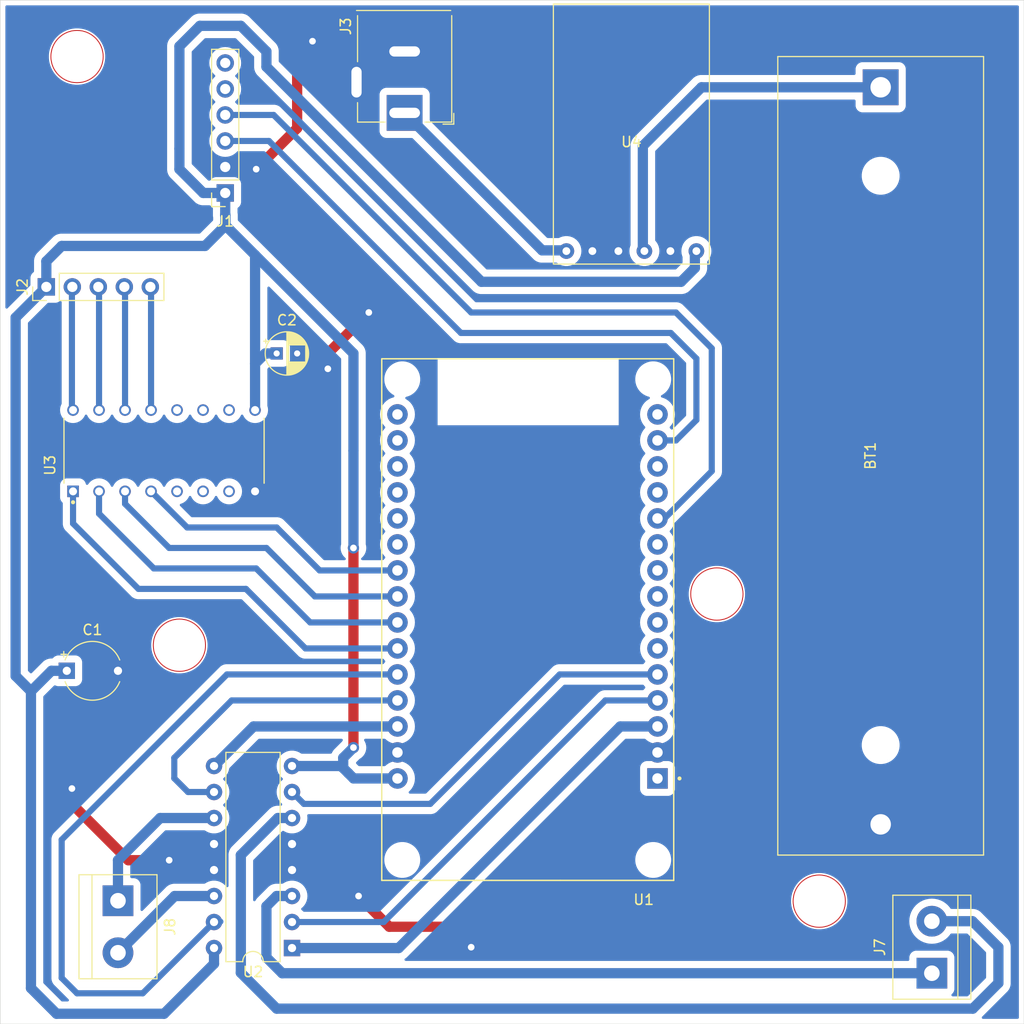
<source format=kicad_pcb>
(kicad_pcb (version 20240108) (generator "pcbnew") (generator_version "8.0")
  (layers (0 "F.Cu" signal) (31 "B.Cu" signal) (34 "B.Paste" user) (35 "F.Paste" user) (36 "B.SilkS" user "B.Silkscreen") (37 "F.SilkS" user "F.Silkscreen") (38 "B.Mask" user) (39 "F.Mask" user) (44 "Edge.Cuts" user))
  (net 0 "")
  (net 1 "GND")
  (net 2 "+5V")
  (net 3 "/SDA")
  (net 5 "/SCL")
  (net 7 "Net-(J2-Pin_4)")
  (net 8 "Net-(J2-Pin_5)")
  (net 9 "Net-(J2-Pin_2)")
  (net 10 "Net-(J2-Pin_3)")
  (net 11 "/1A")
  (net 12 "/EN12")
  (net 13 "/EN34")
  (net 14 "/3A")
  (net 15 "/4A")
  (net 16 "/2A")
  (net 38 "/I3")
  (net 39 "/I4")
  (net 40 "/I1")
  (net 41 "/I2")
  (net 42 "+BATT")
  (net 43 "VDC")
  (net 44 "/Y2")
  (net 45 "/Y1")
  (net 46 "/Y4")
  (net 47 "/Y3")
  (footprint "Capacitor_THT:CP_Radial_D4.0mm_P2.00mm" (layer "F.Cu") (at 119.5 84)
    (property "Reference" "C2" (at 1 -3.25 0) (layer "F.SilkS"))
    (property "Value" "1n")
    (fp_line (start -1.269801 -1.195) (end -0.869801 -1.195) (stroke (width 0.12)) (layer "F.SilkS"))
    (fp_line (start -1.069801 -1.395) (end -1.069801 -0.995) (stroke (width 0.12)) (layer "F.SilkS"))
    (fp_line (start 1 -2.08) (end 1 2.08) (stroke (width 0.12)) (layer "F.SilkS"))
    (fp_line (start 1.04 -2.08) (end 1.04 2.08) (stroke (width 0.12)) (layer "F.SilkS"))
    (fp_line (start 1.08 -2.079) (end 1.08 2.079) (stroke (width 0.12)) (layer "F.SilkS"))
    (fp_line (start 1.12 -2.077) (end 1.12 2.077) (stroke (width 0.12)) (layer "F.SilkS"))
    (fp_line (start 1.16 -2.074) (end 1.16 2.074) (stroke (width 0.12)) (layer "F.SilkS"))
    (fp_line (start 1.2 -2.071) (end 1.2 -0.84) (stroke (width 0.12)) (layer "F.SilkS"))
    (fp_line (start 1.2 0.84) (end 1.2 2.071) (stroke (width 0.12)) (layer "F.SilkS"))
    (fp_line (start 1.24 -2.067) (end 1.24 -0.84) (stroke (width 0.12)) (layer "F.SilkS"))
    (fp_line (start 1.24 0.84) (end 1.24 2.067) (stroke (width 0.12)) (layer "F.SilkS"))
    (fp_line (start 1.28 -2.062) (end 1.28 -0.84) (stroke (width 0.12)) (layer "F.SilkS"))
    (fp_line (start 1.28 0.84) (end 1.28 2.062) (stroke (width 0.12)) (layer "F.SilkS"))
    (fp_line (start 1.32 -2.056) (end 1.32 -0.84) (stroke (width 0.12)) (layer "F.SilkS"))
    (fp_line (start 1.32 0.84) (end 1.32 2.056) (stroke (width 0.12)) (layer "F.SilkS"))
    (fp_line (start 1.36 -2.05) (end 1.36 -0.84) (stroke (width 0.12)) (layer "F.SilkS"))
    (fp_line (start 1.36 0.84) (end 1.36 2.05) (stroke (width 0.12)) (layer "F.SilkS"))
    (fp_line (start 1.4 -2.042) (end 1.4 -0.84) (stroke (width 0.12)) (layer "F.SilkS"))
    (fp_line (start 1.4 0.84) (end 1.4 2.042) (stroke (width 0.12)) (layer "F.SilkS"))
    (fp_line (start 1.44 -2.034) (end 1.44 -0.84) (stroke (width 0.12)) (layer "F.SilkS"))
    (fp_line (start 1.44 0.84) (end 1.44 2.034) (stroke (width 0.12)) (layer "F.SilkS"))
    (fp_line (start 1.48 -2.025) (end 1.48 -0.84) (stroke (width 0.12)) (layer "F.SilkS"))
    (fp_line (start 1.48 0.84) (end 1.48 2.025) (stroke (width 0.12)) (layer "F.SilkS"))
    (fp_line (start 1.52 -2.016) (end 1.52 -0.84) (stroke (width 0.12)) (layer "F.SilkS"))
    (fp_line (start 1.52 0.84) (end 1.52 2.016) (stroke (width 0.12)) (layer "F.SilkS"))
    (fp_line (start 1.56 -2.005) (end 1.56 -0.84) (stroke (width 0.12)) (layer "F.SilkS"))
    (fp_line (start 1.56 0.84) (end 1.56 2.005) (stroke (width 0.12)) (layer "F.SilkS"))
    (fp_line (start 1.6 -1.994) (end 1.6 -0.84) (stroke (width 0.12)) (layer "F.SilkS"))
    (fp_line (start 1.6 0.84) (end 1.6 1.994) (stroke (width 0.12)) (layer "F.SilkS"))
    (fp_line (start 1.64 -1.982) (end 1.64 -0.84) (stroke (width 0.12)) (layer "F.SilkS"))
    (fp_line (start 1.64 0.84) (end 1.64 1.982) (stroke (width 0.12)) (layer "F.SilkS"))
    (fp_line (start 1.68 -1.968) (end 1.68 -0.84) (stroke (width 0.12)) (layer "F.SilkS"))
    (fp_line (start 1.68 0.84) (end 1.68 1.968) (stroke (width 0.12)) (layer "F.SilkS"))
    (fp_line (start 1.721 -1.954) (end 1.721 -0.84) (stroke (width 0.12)) (layer "F.SilkS"))
    (fp_line (start 1.721 0.84) (end 1.721 1.954) (stroke (width 0.12)) (layer "F.SilkS"))
    (fp_line (start 1.761 -1.94) (end 1.761 -0.84) (stroke (width 0.12)) (layer "F.SilkS"))
    (fp_line (start 1.761 0.84) (end 1.761 1.94) (stroke (width 0.12)) (layer "F.SilkS"))
    (fp_line (start 1.801 -1.924) (end 1.801 -0.84) (stroke (width 0.12)) (layer "F.SilkS"))
    (fp_line (start 1.801 0.84) (end 1.801 1.924) (stroke (width 0.12)) (layer "F.SilkS"))
    (fp_line (start 1.841 -1.907) (end 1.841 -0.84) (stroke (width 0.12)) (layer "F.SilkS"))
    (fp_line (start 1.841 0.84) (end 1.841 1.907) (stroke (width 0.12)) (layer "F.SilkS"))
    (fp_line (start 1.881 -1.889) (end 1.881 -0.84) (stroke (width 0.12)) (layer "F.SilkS"))
    (fp_line (start 1.881 0.84) (end 1.881 1.889) (stroke (width 0.12)) (layer "F.SilkS"))
    (fp_line (start 1.921 -1.87) (end 1.921 -0.84) (stroke (width 0.12)) (layer "F.SilkS"))
    (fp_line (start 1.921 0.84) (end 1.921 1.87) (stroke (width 0.12)) (layer "F.SilkS"))
    (fp_line (start 1.961 -1.851) (end 1.961 -0.84) (stroke (width 0.12)) (layer "F.SilkS"))
    (fp_line (start 1.961 0.84) (end 1.961 1.851) (stroke (width 0.12)) (layer "F.SilkS"))
    (fp_line (start 2.001 -1.83) (end 2.001 -0.84) (stroke (width 0.12)) (layer "F.SilkS"))
    (fp_line (start 2.001 0.84) (end 2.001 1.83) (stroke (width 0.12)) (layer "F.SilkS"))
    (fp_line (start 2.041 -1.808) (end 2.041 -0.84) (stroke (width 0.12)) (layer "F.SilkS"))
    (fp_line (start 2.041 0.84) (end 2.041 1.808) (stroke (width 0.12)) (layer "F.SilkS"))
    (fp_line (start 2.081 -1.785) (end 2.081 -0.84) (stroke (width 0.12)) (layer "F.SilkS"))
    (fp_line (start 2.081 0.84) (end 2.081 1.785) (stroke (width 0.12)) (layer "F.SilkS"))
    (fp_line (start 2.121 -1.76) (end 2.121 -0.84) (stroke (width 0.12)) (layer "F.SilkS"))
    (fp_line (start 2.121 0.84) (end 2.121 1.76) (stroke (width 0.12)) (layer "F.SilkS"))
    (fp_line (start 2.161 -1.735) (end 2.161 -0.84) (stroke (width 0.12)) (layer "F.SilkS"))
    (fp_line (start 2.161 0.84) (end 2.161 1.735) (stroke (width 0.12)) (layer "F.SilkS"))
    (fp_line (start 2.201 -1.708) (end 2.201 -0.84) (stroke (width 0.12)) (layer "F.SilkS"))
    (fp_line (start 2.201 0.84) (end 2.201 1.708) (stroke (width 0.12)) (layer "F.SilkS"))
    (fp_line (start 2.241 -1.68) (end 2.241 -0.84) (stroke (width 0.12)) (layer "F.SilkS"))
    (fp_line (start 2.241 0.84) (end 2.241 1.68) (stroke (width 0.12)) (layer "F.SilkS"))
    (fp_line (start 2.281 -1.65) (end 2.281 -0.84) (stroke (width 0.12)) (layer "F.SilkS"))
    (fp_line (start 2.281 0.84) (end 2.281 1.65) (stroke (width 0.12)) (layer "F.SilkS"))
    (fp_line (start 2.321 -1.619) (end 2.321 -0.84) (stroke (width 0.12)) (layer "F.SilkS"))
    (fp_line (start 2.321 0.84) (end 2.321 1.619) (stroke (width 0.12)) (layer "F.SilkS"))
    (fp_line (start 2.361 -1.587) (end 2.361 -0.84) (stroke (width 0.12)) (layer "F.SilkS"))
    (fp_line (start 2.361 0.84) (end 2.361 1.587) (stroke (width 0.12)) (layer "F.SilkS"))
    (fp_line (start 2.401 -1.552) (end 2.401 -0.84) (stroke (width 0.12)) (layer "F.SilkS"))
    (fp_line (start 2.401 0.84) (end 2.401 1.552) (stroke (width 0.12)) (layer "F.SilkS"))
    (fp_line (start 2.441 -1.516) (end 2.441 -0.84) (stroke (width 0.12)) (layer "F.SilkS"))
    (fp_line (start 2.441 0.84) (end 2.441 1.516) (stroke (width 0.12)) (layer "F.SilkS"))
    (fp_line (start 2.481 -1.478) (end 2.481 -0.84) (stroke (width 0.12)) (layer "F.SilkS"))
    (fp_line (start 2.481 0.84) (end 2.481 1.478) (stroke (width 0.12)) (layer "F.SilkS"))
    (fp_line (start 2.521 -1.438) (end 2.521 -0.84) (stroke (width 0.12)) (layer "F.SilkS"))
    (fp_line (start 2.521 0.84) (end 2.521 1.438) (stroke (width 0.12)) (layer "F.SilkS"))
    (fp_line (start 2.561 -1.396) (end 2.561 -0.84) (stroke (width 0.12)) (layer "F.SilkS"))
    (fp_line (start 2.561 0.84) (end 2.561 1.396) (stroke (width 0.12)) (layer "F.SilkS"))
    (fp_line (start 2.601 -1.351) (end 2.601 -0.84) (stroke (width 0.12)) (layer "F.SilkS"))
    (fp_line (start 2.601 0.84) (end 2.601 1.351) (stroke (width 0.12)) (layer "F.SilkS"))
    (fp_line (start 2.641 -1.304) (end 2.641 -0.84) (stroke (width 0.12)) (layer "F.SilkS"))
    (fp_line (start 2.641 0.84) (end 2.641 1.304) (stroke (width 0.12)) (layer "F.SilkS"))
    (fp_line (start 2.681 -1.254) (end 2.681 -0.84) (stroke (width 0.12)) (layer "F.SilkS"))
    (fp_line (start 2.681 0.84) (end 2.681 1.254) (stroke (width 0.12)) (layer "F.SilkS"))
    (fp_line (start 2.721 -1.2) (end 2.721 -0.84) (stroke (width 0.12)) (layer "F.SilkS"))
    (fp_line (start 2.721 0.84) (end 2.721 1.2) (stroke (width 0.12)) (layer "F.SilkS"))
    (fp_line (start 2.761 -1.142) (end 2.761 -0.84) (stroke (width 0.12)) (layer "F.SilkS"))
    (fp_line (start 2.761 0.84) (end 2.761 1.142) (stroke (width 0.12)) (layer "F.SilkS"))
    (fp_line (start 2.801 -1.08) (end 2.801 -0.84) (stroke (width 0.12)) (layer "F.SilkS"))
    (fp_line (start 2.801 0.84) (end 2.801 1.08) (stroke (width 0.12)) (layer "F.SilkS"))
    (fp_line (start 2.841 -1.013) (end 2.841 1.013) (stroke (width 0.12)) (layer "F.SilkS"))
    (fp_line (start 2.881 -0.94) (end 2.881 0.94) (stroke (width 0.12)) (layer "F.SilkS"))
    (fp_line (start 2.921 -0.859) (end 2.921 0.859) (stroke (width 0.12)) (layer "F.SilkS"))
    (fp_line (start 2.961 -0.768) (end 2.961 0.768) (stroke (width 0.12)) (layer "F.SilkS"))
    (fp_line (start 3.001 -0.664) (end 3.001 0.664) (stroke (width 0.12)) (layer "F.SilkS"))
    (fp_line (start 3.041 -0.537) (end 3.041 0.537) (stroke (width 0.12)) (layer "F.SilkS"))
    (fp_line (start 3.081 -0.37) (end 3.081 0.37) (stroke (width 0.12)) (layer "F.SilkS"))
    (fp_circle (center 1 0) (end 3.12 0) (stroke (width 0.12)) (fill none) (layer "F.SilkS"))
    (pad "1" thru_hole rect (at 0 0) (size 1.2 1.2) (drill 0.6) (layers "*.Cu" "*.Mask") (net 2 "+5V"))
    (pad "2" thru_hole circle (at 2 0) (size 1.2 1.2) (drill 0.6) (layers "*.Cu" "*.Mask") (net 1 "GND"))
  )
  (footprint "TerminalBlock:TerminalBlock_bornier-2_P5.08mm" (layer "F.Cu") (at 104 137.46 -90)
    (property "Reference" "J8" (at 2.54 -5.08 90) (layer "F.SilkS"))
    (property "Value" "Motor 2")
    (fp_line (start -2.54 3.81) (end 7.62 3.81) (stroke (width 0.12)) (layer "F.SilkS"))
    (fp_line (start 7.62 3.81) (end 7.62 -3.81) (stroke (width 0.12)) (layer "F.SilkS"))
    (fp_line (start 7.62 2.54) (end -2.54 2.54) (stroke (width 0.12)) (layer "F.SilkS"))
    (fp_line (start -2.54 -3.81) (end -2.54 3.81) (stroke (width 0.12)) (layer "F.SilkS"))
    (fp_line (start 7.62 -3.81) (end -2.54 -3.81) (stroke (width 0.12)) (layer "F.SilkS"))
    (pad "1" thru_hole rect (at 0 0 270) (size 3 3) (drill 1.52) (layers "*.Cu" "*.Mask") (net 47 "/Y3"))
    (pad "2" thru_hole circle (at 5.08 0 270) (size 3 3) (drill 1.52) (layers "*.Cu" "*.Mask") (net 46 "/Y4"))
  )
  (footprint "cd42:mh-cd42" (layer "F.Cu") (at 154.15 62.57)
    (property "Reference" "U4" (at 0 0.77 0) (layer "F.SilkS"))
    (property "Value" "mh-cd42")
    (fp_rect (start -7.62 -12.7) (end 7.62 12.7) (stroke (width 0.12)) (fill none) (layer "F.SilkS"))
    (pad "1" thru_hole circle (at -6.35 11.43) (size 1.524 1.524) (drill 0.762) (layers "*.Cu" "*.Mask") (net 43 "VDC"))
    (pad "2" thru_hole circle (at -3.81 11.43) (size 1.524 1.524) (drill 0.762) (layers "*.Cu" "*.Mask") (net 1 "GND"))
    (pad "3" thru_hole circle (at -1.27 11.43) (size 1.524 1.524) (drill 0.762) (layers "*.Cu" "*.Mask") (net 1 "GND"))
    (pad "4" thru_hole circle (at 1.27 11.43) (size 1.524 1.524) (drill 0.762) (layers "*.Cu" "*.Mask") (net 42 "+BATT"))
    (pad "5" thru_hole circle (at 3.81 11.43) (size 1.524 1.524) (drill 0.762) (layers "*.Cu" "*.Mask") (net 1 "GND"))
    (pad "6" thru_hole circle (at 6.35 11.43) (size 1.524 1.524) (drill 0.762) (layers "*.Cu" "*.Mask") (net 2 "+5V"))
  )
  (footprint "Connector_BarrelJack:BarrelJack_Horizontal" (layer "F.Cu") (at 132 60.5 -90)
    (property "Reference" "J3" (at -8.45 5.75 90) (layer "F.SilkS"))
    (property "Value" "Barrel_Jack_Switch")
    (fp_line (start -10 4.7) (end -10 -4.5) (stroke (width 0.12)) (layer "F.SilkS"))
    (fp_line (start -5 4.6) (end -9.5 4.6) (stroke (width 0.12)) (layer "F.SilkS"))
    (fp_line (start 0.9 4.6) (end -1 4.6) (stroke (width 0.12)) (layer "F.SilkS"))
    (fp_line (start 0.9 1.9) (end 0.9 4.6) (stroke (width 0.12)) (layer "F.SilkS"))
    (fp_line (start 1.1 -3.75) (end 1.1 -4.8) (stroke (width 0.12)) (layer "F.SilkS"))
    (fp_line (start -9.5 -4.6) (end 0.9 -4.6) (stroke (width 0.12)) (layer "F.SilkS"))
    (fp_line (start 0.9 -4.6) (end 0.9 -2) (stroke (width 0.12)) (layer "F.SilkS"))
    (fp_line (start 0.05 -4.8) (end 1.1 -4.8) (stroke (width 0.12)) (layer "F.SilkS"))
    (pad "1" thru_hole rect (at 0 0 270) (size 3.5 3.5) (drill oval 1 3) (layers "*.Cu" "*.Mask") (net 43 "VDC"))
    (pad "2" thru_hole roundrect (at -6 0 270) (size 3 3.5) (drill oval 1 3) (layers "*.Cu" "*.Mask") (net 1 "GND"))
    (pad "3" thru_hole roundrect (at -3 4.7 270) (size 3.5 3.5) (drill oval 3 1) (layers "*.Cu" "*.Mask") (net 1 "GND"))
  )
  (footprint "Battery:BatteryHolder_MPD_BH-18650-PC2" (layer "F.Cu") (at 178.5 58 -90)
    (property "Reference" "BT1" (at 36 1 -90) (layer "F.SilkS"))
    (property "Value" "Battery")
    (fp_line (start -3 10.05) (end -3 -10.05) (stroke (width 0.12)) (layer "F.SilkS"))
    (fp_line (start 75 10.05) (end -3 10.05) (stroke (width 0.12)) (layer "F.SilkS"))
    (fp_line (start -3 -10.05) (end 75 -10.05) (stroke (width 0.12)) (layer "F.SilkS"))
    (fp_line (start 75 -10.05) (end 75 10.05) (stroke (width 0.12)) (layer "F.SilkS"))
    (pad "" np_thru_hole circle (at 8.645 0 270) (size 3.2 3.2) (drill 3.2) (layers "*.Cu" "*.Mask"))
    (pad "" np_thru_hole circle (at 64.255 0 270) (size 3.2 3.2) (drill 3.2) (layers "*.Cu" "*.Mask"))
    (pad "1" thru_hole rect (at 0 0 270) (size 3.5 3.5) (drill 2) (layers "*.Cu" "*.Mask") (net 42 "+BATT"))
    (pad "2" thru_hole circle (at 72 0 270) (size 3.5 3.5) (drill 2) (layers "*.Cu" "*.Mask") (net 1 "GND"))
  )
  (footprint "" (layer "F.Cu") (at 100 55)
    (property "Reference" "" (at 0 0 0) (layer "F.SilkS") (effects (font (size 1.27 1.27))))
    (property "Value" "")
    (pad "" np_thru_hole circle (at 0 0) (size 5 5) (drill 5) (layers "F&B.Cu" "*.Mask"))
  )
  (footprint "Package_DIP:DIP-16_W7.62mm" (layer "F.Cu") (at 121 142.08 180)
    (property "Reference" "U2" (at 3.81 -2.33 0) (layer "F.SilkS"))
    (property "Value" "L293D")
    (fp_line (start 6.46 19.11) (end 6.46 -1.33) (stroke (width 0.12)) (layer "F.SilkS"))
    (fp_line (start 6.46 -1.33) (end 4.81 -1.33) (stroke (width 0.12)) (layer "F.SilkS"))
    (fp_line (start 2.81 -1.33) (end 1.16 -1.33) (stroke (width 0.12)) (layer "F.SilkS"))
    (fp_line (start 1.16 19.11) (end 6.46 19.11) (stroke (width 0.12)) (layer "F.SilkS"))
    (fp_line (start 1.16 -1.33) (end 1.16 19.11) (stroke (width 0.12)) (layer "F.SilkS"))
    (fp_arc (start 4.81 -1.33) (mid 3.81 -0.33) (end 2.81 -1.33) (stroke (width 0.12)) (layer "F.SilkS"))
    (pad "1" thru_hole rect (at 0 0 180) (size 1.6 1.6) (drill 0.8) (layers "*.Cu" "*.Mask") (net 12 "/EN12"))
    (pad "2" thru_hole oval (at 0 2.54 180) (size 1.6 1.6) (drill 0.8) (layers "*.Cu" "*.Mask") (net 11 "/1A"))
    (pad "3" thru_hole oval (at 0 5.08 180) (size 1.6 1.6) (drill 0.8) (layers "*.Cu" "*.Mask") (net 45 "/Y1"))
    (pad "4" thru_hole oval (at 0 7.62 180) (size 1.6 1.6) (drill 0.8) (layers "*.Cu" "*.Mask") (net 1 "GND"))
    (pad "5" thru_hole oval (at 0 10.16 180) (size 1.6 1.6) (drill 0.8) (layers "*.Cu" "*.Mask") (net 1 "GND"))
    (pad "6" thru_hole oval (at 0 12.7 180) (size 1.6 1.6) (drill 0.8) (layers "*.Cu" "*.Mask") (net 44 "/Y2"))
    (pad "7" thru_hole oval (at 0 15.24 180) (size 1.6 1.6) (drill 0.8) (layers "*.Cu" "*.Mask") (net 16 "/2A"))
    (pad "8" thru_hole oval (at 0 17.78 180) (size 1.6 1.6) (drill 0.8) (layers "*.Cu" "*.Mask") (net 2 "+5V"))
    (pad "9" thru_hole oval (at 7.62 17.78 180) (size 1.6 1.6) (drill 0.8) (layers "*.Cu" "*.Mask") (net 13 "/EN34"))
    (pad "10" thru_hole oval (at 7.62 15.24 180) (size 1.6 1.6) (drill 0.8) (layers "*.Cu" "*.Mask") (net 14 "/3A"))
    (pad "11" thru_hole oval (at 7.62 12.7 180) (size 1.6 1.6) (drill 0.8) (layers "*.Cu" "*.Mask") (net 47 "/Y3"))
    (pad "12" thru_hole oval (at 7.62 10.16 180) (size 1.6 1.6) (drill 0.8) (layers "*.Cu" "*.Mask") (net 1 "GND"))
    (pad "13" thru_hole oval (at 7.62 7.62 180) (size 1.6 1.6) (drill 0.8) (layers "*.Cu" "*.Mask") (net 1 "GND"))
    (pad "14" thru_hole oval (at 7.62 5.08 180) (size 1.6 1.6) (drill 0.8) (layers "*.Cu" "*.Mask") (net 46 "/Y4"))
    (pad "15" thru_hole oval (at 7.62 2.54 180) (size 1.6 1.6) (drill 0.8) (layers "*.Cu" "*.Mask") (net 15 "/4A"))
    (pad "16" thru_hole oval (at 7.62 0 180) (size 1.6 1.6) (drill 0.8) (layers "*.Cu" "*.Mask") (net 2 "+5V"))
  )
  (footprint "TerminalBlock:TerminalBlock_bornier-2_P5.08mm" (layer "F.Cu") (at 183.5 144.54 90)
    (property "Reference" "J7" (at 2.54 -5.08 90) (layer "F.SilkS"))
    (property "Value" "Motor 1")
    (fp_line (start 7.62 -3.81) (end -2.54 -3.81) (stroke (width 0.12)) (layer "F.SilkS"))
    (fp_line (start -2.54 -3.81) (end -2.54 3.81) (stroke (width 0.12)) (layer "F.SilkS"))
    (fp_line (start 7.62 2.54) (end -2.54 2.54) (stroke (width 0.12)) (layer "F.SilkS"))
    (fp_line (start 7.62 3.81) (end 7.62 -3.81) (stroke (width 0.12)) (layer "F.SilkS"))
    (fp_line (start -2.54 3.81) (end 7.62 3.81) (stroke (width 0.12)) (layer "F.SilkS"))
    (pad "1" thru_hole rect (at 0 0 90) (size 3 3) (drill 1.52) (layers "*.Cu" "*.Mask") (net 45 "/Y1"))
    (pad "2" thru_hole circle (at 5.08 0 90) (size 3 3) (drill 1.52) (layers "*.Cu" "*.Mask") (net 44 "/Y2"))
  )
  (footprint "" (layer "F.Cu") (at 110 112.5)
    (property "Reference" "" (at 0 0 0) (layer "F.SilkS") (effects (font (size 1.27 1.27))))
    (property "Value" "")
    (pad "" np_thru_hole circle (at 0 0) (size 5 5) (drill 5) (layers "F&B.Cu" "*.Mask"))
  )
  (footprint "Connector_PinHeader_2.54mm:PinHeader_1x05_P2.54mm_Vertical" (layer "F.Cu") (at 97 77.5 90)
    (property "Reference" "J2" (at 0 -2.33 90) (layer "F.SilkS"))
    (property "Value" "Motor paso a paso")
    (fp_line (start -1.33 -1.33) (end 0 -1.33) (stroke (width 0.12)) (layer "F.SilkS"))
    (fp_line (start -1.33 0) (end -1.33 -1.33) (stroke (width 0.12)) (layer "F.SilkS"))
    (fp_line (start 1.33 1.27) (end 1.33 11.49) (stroke (width 0.12)) (layer "F.SilkS"))
    (fp_line (start -1.33 1.27) (end 1.33 1.27) (stroke (width 0.12)) (layer "F.SilkS"))
    (fp_line (start -1.33 1.27) (end -1.33 11.49) (stroke (width 0.12)) (layer "F.SilkS"))
    (fp_line (start -1.33 11.49) (end 1.33 11.49) (stroke (width 0.12)) (layer "F.SilkS"))
    (pad "1" thru_hole rect (at 0 0 90) (size 1.7 1.7) (drill 1) (layers "*.Cu" "*.Mask") (net 2 "+5V"))
    (pad "2" thru_hole oval (at 0 2.54 90) (size 1.7 1.7) (drill 1) (layers "*.Cu" "*.Mask") (net 9 "Net-(J2-Pin_2)"))
    (pad "3" thru_hole oval (at 0 5.08 90) (size 1.7 1.7) (drill 1) (layers "*.Cu" "*.Mask") (net 10 "Net-(J2-Pin_3)"))
    (pad "4" thru_hole oval (at 0 7.62 90) (size 1.7 1.7) (drill 1) (layers "*.Cu" "*.Mask") (net 7 "Net-(J2-Pin_4)"))
    (pad "5" thru_hole oval (at 0 10.16 90) (size 1.7 1.7) (drill 1) (layers "*.Cu" "*.Mask") (net 8 "Net-(J2-Pin_5)"))
  )
  (footprint "ULN2003AN:DIP794W45P254L1969H508Q16" (layer "F.Cu") (at 108.5 93.5 90)
    (property "Reference" "U3" (at -1.425 -11.135 90) (layer "F.SilkS"))
    (property "Value" "ULN2003A")
    (fp_line (start -3.175 -9.775) (end 3.175 -9.775) (stroke (width 0.127)) (layer "F.SilkS"))
    (fp_line (start -3.175 9.775) (end 3.175 9.775) (stroke (width 0.127)) (layer "F.SilkS"))
    (fp_circle (center -5.035 -8.89) (end -4.935 -8.89) (stroke (width 0.2)) (fill none) (layer "F.SilkS"))
    (pad "1" thru_hole rect (at -3.97 -8.89 90) (size 1.13 1.13) (drill 0.78) (layers "*.Cu" "*.Mask") (net 40 "/I1"))
    (pad "2" thru_hole circle (at -3.97 -6.35 90) (size 1.13 1.13) (drill 0.78) (layers "*.Cu" "*.Mask") (net 41 "/I2"))
    (pad "3" thru_hole circle (at -3.97 -3.81 90) (size 1.13 1.13) (drill 0.78) (layers "*.Cu" "*.Mask") (net 38 "/I3"))
    (pad "4" thru_hole circle (at -3.97 -1.27 90) (size 1.13 1.13) (drill 0.78) (layers "*.Cu" "*.Mask") (net 39 "/I4"))
    (pad "5" thru_hole circle (at -3.97 1.27 90) (size 1.13 1.13) (drill 0.78) (layers "*.Cu" "*.Mask"))
    (pad "6" thru_hole circle (at -3.97 3.81 90) (size 1.13 1.13) (drill 0.78) (layers "*.Cu" "*.Mask"))
    (pad "7" thru_hole circle (at -3.97 6.35 90) (size 1.13 1.13) (drill 0.78) (layers "*.Cu" "*.Mask"))
    (pad "8" thru_hole circle (at -3.97 8.89 90) (size 1.13 1.13) (drill 0.78) (layers "*.Cu" "*.Mask") (net 1 "GND"))
    (pad "9" thru_hole circle (at 3.97 8.89 90) (size 1.13 1.13) (drill 0.78) (layers "*.Cu" "*.Mask") (net 2 "+5V"))
    (pad "10" thru_hole circle (at 3.97 6.35 90) (size 1.13 1.13) (drill 0.78) (layers "*.Cu" "*.Mask"))
    (pad "11" thru_hole circle (at 3.97 3.81 90) (size 1.13 1.13) (drill 0.78) (layers "*.Cu" "*.Mask"))
    (pad "12" thru_hole circle (at 3.97 1.27 90) (size 1.13 1.13) (drill 0.78) (layers "*.Cu" "*.Mask"))
    (pad "13" thru_hole circle (at 3.97 -1.27 90) (size 1.13 1.13) (drill 0.78) (layers "*.Cu" "*.Mask") (net 8 "Net-(J2-Pin_5)"))
    (pad "14" thru_hole circle (at 3.97 -3.81 90) (size 1.13 1.13) (drill 0.78) (layers "*.Cu" "*.Mask") (net 7 "Net-(J2-Pin_4)"))
    (pad "15" thru_hole circle (at 3.97 -6.35 90) (size 1.13 1.13) (drill 0.78) (layers "*.Cu" "*.Mask") (net 10 "Net-(J2-Pin_3)"))
    (pad "16" thru_hole circle (at 3.97 -8.89 90) (size 1.13 1.13) (drill 0.78) (layers "*.Cu" "*.Mask") (net 9 "Net-(J2-Pin_2)"))
  )
  (footprint "Connector_PinSocket_2.54mm:PinSocket_1x06_P2.54mm_Vertical" (layer "F.Cu") (at 114.475 68.325 180)
    (property "Reference" "J1" (at 0 -2.77 0) (layer "F.SilkS"))
    (property "Value" "Sensor")
    (fp_line (start 1.33 1.27) (end 1.33 14.03) (stroke (width 0.12)) (layer "F.SilkS"))
    (fp_line (start 1.33 -1.33) (end 1.33 0) (stroke (width 0.12)) (layer "F.SilkS"))
    (fp_line (start 0 -1.33) (end 1.33 -1.33) (stroke (width 0.12)) (layer "F.SilkS"))
    (fp_line (start -1.33 14.03) (end 1.33 14.03) (stroke (width 0.12)) (layer "F.SilkS"))
    (fp_line (start -1.33 1.27) (end 1.33 1.27) (stroke (width 0.12)) (layer "F.SilkS"))
    (fp_line (start -1.33 1.27) (end -1.33 14.03) (stroke (width 0.12)) (layer "F.SilkS"))
    (pad "1" thru_hole rect (at 0 0 180) (size 1.7 1.7) (drill 1) (layers "*.Cu" "*.Mask") (net 2 "+5V"))
    (pad "2" thru_hole oval (at 0 2.54 180) (size 1.7 1.7) (drill 1) (layers "*.Cu" "*.Mask") (net 1 "GND"))
    (pad "3" thru_hole oval (at 0 5.08 180) (size 1.7 1.7) (drill 1) (layers "*.Cu" "*.Mask") (net 5 "/SCL"))
    (pad "4" thru_hole oval (at 0 7.62 180) (size 1.7 1.7) (drill 1) (layers "*.Cu" "*.Mask") (net 3 "/SDA"))
    (pad "5" thru_hole oval (at 0 10.16 180) (size 1.7 1.7) (drill 1) (layers "*.Cu" "*.Mask"))
    (pad "6" thru_hole oval (at 0 12.7 180) (size 1.7 1.7) (drill 1) (layers "*.Cu" "*.Mask"))
  )
  (footprint "devkit_esp32:MODULE_ESP32_DEVKIT_V1" (layer "F.Cu") (at 144 110 180)
    (property "Reference" "U1" (at -11.355 -27.36 180) (layer "F.SilkS"))
    (property "Value" "ESP32-DEVKIT-V1")
    (fp_line (start 14.23 25.475) (end -14.28 25.475) (stroke (width 0.127)) (layer "F.SilkS"))
    (fp_line (start 14.23 -25.475) (end 14.23 25.475) (stroke (width 0.127)) (layer "F.SilkS"))
    (fp_line (start 14.23 -25.475) (end 14.23 25.475) (stroke (width 0.127)) (layer "F.SilkS"))
    (fp_line (start 8.78 25.475) (end 14.23 25.475) (stroke (width 0.127)) (layer "F.SilkS"))
    (fp_line (start 3.5 -25.475) (end 14.23 -25.475) (stroke (width 0.127)) (layer "F.SilkS"))
    (fp_line (start -3.211 -25.475) (end 3.5 -25.475) (stroke (width 0.127)) (layer "F.SilkS"))
    (fp_line (start -8.91 25.475) (end 8.78 25.475) (stroke (width 0.127)) (layer "F.SilkS"))
    (fp_line (start -14.28 25.475) (end -8.91 25.475) (stroke (width 0.127)) (layer "F.SilkS"))
    (fp_line (start -14.28 25.475) (end -14.28 -25.475) (stroke (width 0.127)) (layer "F.SilkS"))
    (fp_line (start -14.28 25.475) (end -14.28 -25.475) (stroke (width 0.127)) (layer "F.SilkS"))
    (fp_line (start -14.28 -25.475) (end 14.23 -25.475) (stroke (width 0.127)) (layer "F.SilkS"))
    (fp_line (start -14.28 -25.475) (end -3.211 -25.475) (stroke (width 0.127)) (layer "F.SilkS"))
    (fp_circle (center -14.85 -15.515) (end -14.75 -15.515) (stroke (width 0.2)) (fill none) (layer "F.SilkS"))
    (pad "" np_thru_hole circle (at -12.28 -23.475 180) (size 3 3) (drill 3) (layers "*.Cu" "*.Mask"))
    (pad "" np_thru_hole circle (at -12.28 23.475 180) (size 3 3) (drill 3) (layers "*.Cu" "*.Mask"))
    (pad "" np_thru_hole circle (at 12.23 -23.475 180) (size 3 3) (drill 3) (layers "*.Cu" "*.Mask"))
    (pad "" np_thru_hole circle (at 12.23 23.475 180) (size 3 3) (drill 3) (layers "*.Cu" "*.Mask"))
    (pad "1" thru_hole rect (at -12.7 -15.515 180) (size 2 2) (drill 1.02) (layers "*.Cu" "*.Mask"))
    (pad "2" thru_hole circle (at -12.7 -12.975 180) (size 2 2) (drill 1.02) (layers "*.Cu" "*.Mask") (net 1 "GND"))
    (pad "3" thru_hole circle (at -12.7 -10.435 180) (size 2 2) (drill 1.02) (layers "*.Cu" "*.Mask") (net 12 "/EN12"))
    (pad "4" thru_hole circle (at -12.7 -7.895 180) (size 2 2) (drill 1.02) (layers "*.Cu" "*.Mask") (net 11 "/1A"))
    (pad "5" thru_hole circle (at -12.7 -5.355 180) (size 2 2) (drill 1.02) (layers "*.Cu" "*.Mask") (net 16 "/2A"))
    (pad "6" thru_hole circle (at -12.7 -2.815 180) (size 2 2) (drill 1.02) (layers "*.Cu" "*.Mask"))
    (pad "7" thru_hole circle (at -12.7 -0.275 180) (size 2 2) (drill 1.02) (layers "*.Cu" "*.Mask"))
    (pad "8" thru_hole circle (at -12.7 2.265 180) (size 2 2) (drill 1.02) (layers "*.Cu" "*.Mask"))
    (pad "9" thru_hole circle (at -12.7 4.805 180) (size 2 2) (drill 1.02) (layers "*.Cu" "*.Mask"))
    (pad "10" thru_hole circle (at -12.7 7.345 180) (size 2 2) (drill 1.02) (layers "*.Cu" "*.Mask"))
    (pad "11" thru_hole circle (at -12.7 9.885 180) (size 2 2) (drill 1.02) (layers "*.Cu" "*.Mask") (net 3 "/SDA"))
    (pad "12" thru_hole circle (at -12.7 12.425 180) (size 2 2) (drill 1.02) (layers "*.Cu" "*.Mask"))
    (pad "13" thru_hole circle (at -12.7 14.965 180) (size 2 2) (drill 1.02) (layers "*.Cu" "*.Mask"))
    (pad "14" thru_hole circle (at -12.7 17.505 180) (size 2 2) (drill 1.02) (layers "*.Cu" "*.Mask") (net 5 "/SCL"))
    (pad "15" thru_hole circle (at -12.7 20.045 180) (size 2 2) (drill 1.02) (layers "*.Cu" "*.Mask"))
    (pad "16" thru_hole circle (at 12.7 20.045 180) (size 2 2) (drill 1.02) (layers "*.Cu" "*.Mask"))
    (pad "17" thru_hole circle (at 12.7 17.505 180) (size 2 2) (drill 1.02) (layers "*.Cu" "*.Mask"))
    (pad "18" thru_hole circle (at 12.7 14.965 180) (size 2 2) (drill 1.02) (layers "*.Cu" "*.Mask"))
    (pad "19" thru_hole circle (at 12.7 12.425 180) (size 2 2) (drill 1.02) (layers "*.Cu" "*.Mask"))
    (pad "20" thru_hole circle (at 12.7 9.885 180) (size 2 2) (drill 1.02) (layers "*.Cu" "*.Mask"))
    (pad "21" thru_hole circle (at 12.7 7.345 180) (size 2 2) (drill 1.02) (layers "*.Cu" "*.Mask"))
    (pad "22" thru_hole circle (at 12.7 4.805 180) (size 2 2) (drill 1.02) (layers "*.Cu" "*.Mask") (net 39 "/I4"))
    (pad "23" thru_hole circle (at 12.7 2.265 180) (size 2 2) (drill 1.02) (layers "*.Cu" "*.Mask") (net 38 "/I3"))
    (pad "24" thru_hole circle (at 12.7 -0.275 180) (size 2 2) (drill 1.02) (layers "*.Cu" "*.Mask") (net 41 "/I2"))
    (pad "25" thru_hole circle (at 12.7 -2.815 180) (size 2 2) (drill 1.02) (layers "*.Cu" "*.Mask") (net 40 "/I1"))
    (pad "26" thru_hole circle (at 12.7 -5.355 180) (size 2 2) (drill 1.02) (layers "*.Cu" "*.Mask") (net 15 "/4A"))
    (pad "27" thru_hole circle (at 12.7 -7.895 180) (size 2 2) (drill 1.02) (layers "*.Cu" "*.Mask") (net 14 "/3A"))
    (pad "28" thru_hole circle (at 12.7 -10.435 180) (size 2 2) (drill 1.02) (layers "*.Cu" "*.Mask") (net 13 "/EN34"))
    (pad "29" thru_hole circle (at 12.7 -12.975 180) (size 2 2) (drill 1.02) (layers "*.Cu" "*.Mask") (net 1 "GND"))
    (pad "30" thru_hole circle (at 12.7 -15.515 180) (size 2 2) (drill 1.02) (layers "*.Cu" "*.Mask") (net 2 "+5V"))
    (zone (net 0) (net_name "") (layer "B.Cu") (connect_pads (clearance 0)) (min_thickness 0.01)
      (keepout (tracks not_allowed) (vias not_allowed) (pads not_allowed) (copperpour not_allowed) (footprints allowed))
      (fill (thermal_gap 0.508) (thermal_bridge_width 0.508))
      (polygon (pts (xy 152.91 91.015) (xy 135.22 91.015) (xy 135.22 84.525) (xy 152.91 84.525)))
    )
  )
  (footprint "" (layer "F.Cu") (at 172.5 137.5)
    (property "Reference" "" (at 0 0 0) (layer "F.SilkS") (effects (font (size 1.27 1.27))))
    (property "Value" "")
    (pad "" np_thru_hole circle (at 0 0) (size 5 5) (drill 5) (layers "F&B.Cu" "*.Mask"))
  )
  (footprint "" (layer "F.Cu") (at 162.5 107.5)
    (property "Reference" "" (at 0 0 0) (layer "F.SilkS") (effects (font (size 1.27 1.27))))
    (property "Value" "")
    (pad "" np_thru_hole circle (at 0 0) (size 5 5) (drill 5) (layers "F&B.Cu" "*.Mask"))
  )
  (footprint "Capacitor_THT:CP_Radial_Tantal_D5.5mm_P5.00mm" (layer "F.Cu") (at 99 115)
    (property "Reference" "C1" (at 2.5 -4 0) (layer "F.SilkS"))
    (property "Value" "1u")
    (fp_line (start -0.572262 -1.615) (end -0.022262 -1.615) (stroke (width 0.12)) (layer "F.SilkS"))
    (fp_line (start -0.297262 -1.89) (end -0.297262 -1.34) (stroke (width 0.12)) (layer "F.SilkS"))
    (fp_arc (start -0.167077 -1.06) (mid 2.5 -2.87) (end 5.167077 -1.06) (stroke (width 0.12)) (layer "F.SilkS"))
    (fp_arc (start 5.167077 1.06) (mid 2.5 2.87) (end -0.167077 1.06) (stroke (width 0.12)) (layer "F.SilkS"))
    (pad "1" thru_hole rect (at 0 0) (size 1.6 1.6) (drill 0.8) (layers "*.Cu" "*.Mask") (net 2 "+5V"))
    (pad "2" thru_hole circle (at 5 0) (size 1.6 1.6) (drill 0.8) (layers "*.Cu" "*.Mask") (net 1 "GND"))
  )
  (gr_circle (center 110 112.5) (end 112 114) (stroke (width 0.2)) (fill none) (layer "F.Cu"))
  (gr_circle (center 172.5 137.5) (end 174.5 139) (stroke (width 0.2)) (fill none) (layer "F.Cu"))
  (gr_circle (center 100 55) (end 102 56.5) (stroke (width 0.2)) (fill none) (layer "F.Cu"))
  (gr_circle (center 162.5 107.5) (end 164.5 109) (stroke (width 0.2)) (fill none) (layer "F.Cu"))
  (gr_rect (start 92.5 49.5) (end 192.5 149.5) (stroke (width 0.05)) (fill none) (layer "Edge.Cuts"))
  (segment (start 123 53.5) (end 121.5 55) (width 1) (layer "F.Cu") (net 1))
  (segment (start 124.5 84) (end 124.5 85.5) (width 1) (layer "F.Cu") (net 1))
  (segment (start 128.5 80) (end 124.5 84) (width 1) (layer "F.Cu") (net 1))
  (segment (start 121.5 62) (end 117.5 66) (width 1) (layer "F.Cu") (net 1))
  (segment (start 105 133.5) (end 99.5 128) (width 1) (layer "F.Cu") (net 1))
  (segment (start 99.5 128) (end 99.5 126.5) (width 1) (layer "F.Cu") (net 1))
  (segment (start 136.5 140) (end 130.5 140) (width 1) (layer "F.Cu") (net 1))
  (segment (start 130.5 140) (end 127.5 137) (width 1) (layer "F.Cu") (net 1))
  (segment (start 138.5 142) (end 136.5 140) (width 1) (layer "F.Cu") (net 1))
  (segment (start 121.5 55) (end 121.5 62) (width 1) (layer "F.Cu") (net 1))
  (segment (start 109 133.5) (end 105 133.5) (width 1) (layer "F.Cu") (net 1))
  (via (at 109 133.5) (size 1.1) (drill 0.65) (layers "F.Cu" "B.Cu") (net 1))
  (via (at 117.5 66) (size 1.1) (drill 0.65) (layers "F.Cu" "B.Cu") (net 1))
  (via (at 138.5 142) (size 1.1) (drill 0.65) (layers "F.Cu" "B.Cu") (net 1))
  (via (at 124.5 85.5) (size 1.1) (drill 0.65) (layers "F.Cu" "B.Cu") (net 1))
  (via (at 127.5 137) (size 1.1) (drill 0.65) (layers "F.Cu" "B.Cu") (net 1))
  (via (at 123 53.5) (size 1.1) (drill 0.65) (layers "F.Cu" "B.Cu") (net 1))
  (via (at 99.5 126.5) (size 1.1) (drill 0.65) (layers "F.Cu" "B.Cu") (net 1))
  (via (at 128.5 80) (size 1.1) (drill 0.65) (layers "F.Cu" "B.Cu") (net 1))
  (segment (start 127 103) (end 127 122.5) (width 1) (layer "F.Cu") (net 2))
  (via (at 127 122.5) (size 1.1) (drill 0.65) (layers "F.Cu" "B.Cu") (net 2))
  (via (at 127 103) (size 1.1) (drill 0.65) (layers "F.Cu" "B.Cu") (net 2))
  (segment (start 114.475 70.475) (end 114.475 68.325) (width 1) (layer "B.Cu") (net 2))
  (segment (start 114.5 70.5) (end 114.475 70.475) (width 1) (layer "B.Cu") (net 2))
  (segment (start 97 77.5) (end 97 75) (width 1) (layer "B.Cu") (net 2))
  (segment (start 98.5 73.5) (end 112.5 73.5) (width 1) (layer "B.Cu") (net 2))
  (segment (start 112.5 73.5) (end 114.5 71.5) (width 1) (layer "B.Cu") (net 2))
  (segment (start 126 124.5) (end 126 123.5) (width 1) (layer "B.Cu") (net 2))
  (segment (start 95.5 117) (end 94 115.5) (width 1) (layer "B.Cu") (net 2))
  (segment (start 94 115.5) (end 94 80.5) (width 1) (layer "B.Cu") (net 2))
  (segment (start 127 103) (end 127 93.5) (width 1) (layer "B.Cu") (net 2))
  (segment (start 95.5 146) (end 95.5 117) (width 1) (layer "B.Cu") (net 2))
  (segment (start 127 93.5) (end 127 84) (width 1) (layer "B.Cu") (net 2))
  (segment (start 97.5 115) (end 99 115) (width 1) (layer "B.Cu") (net 2))
  (segment (start 110 54) (end 110 64) (width 1) (layer "B.Cu") (net 2))
  (segment (start 114.5 71.5) (end 114.5 70.5) (width 1) (layer "B.Cu") (net 2))
  (segment (start 160.35 75.65) (end 159 77) (width 1) (layer "B.Cu") (net 2))
  (segment (start 125.8 124.3) (end 121 124.3) (width 1) (layer "B.Cu") (net 2))
  (segment (start 116 52) (end 112 52) (width 1) (layer "B.Cu") (net 2))
  (segment (start 126.5 125) (end 126 124.5) (width 1) (layer "B.Cu") (net 2))
  (segment (start 110 64) (end 110 66) (width 1) (layer "B.Cu") (net 2))
  (segment (start 97 75) (end 98.5 73.5) (width 1) (layer "B.Cu") (net 2))
  (segment (start 160.35 73.93) (end 160.35 75.65) (width 1) (layer "B.Cu") (net 2))
  (segment (start 98 148.5) (end 95.5 146) (width 1) (layer "B.Cu") (net 2))
  (segment (start 112 52) (end 110 54) (width 1) (layer "B.Cu") (net 2))
  (segment (start 97.5 115) (end 95.5 117) (width 1) (layer "B.Cu") (net 2))
  (segment (start 127 84) (end 117.39 74.39) (width 1) (layer "B.Cu") (net 2))
  (segment (start 126 124.5) (end 125.8 124.3) (width 1) (layer "B.Cu") (net 2))
  (segment (start 118.5 56) (end 118.5 54.5) (width 1) (layer "B.Cu") (net 2))
  (segment (start 119.5 84) (end 118.39 84) (width 1) (layer "B.Cu") (net 2))
  (segment (start 139.5 77) (end 118.5 56) (width 1) (layer "B.Cu") (net 2))
  (segment (start 110 66) (end 112.325 68.325) (width 1) (layer "B.Cu") (net 2))
  (segment (start 118.5 54.5) (end 116 52) (width 1) (layer "B.Cu") (net 2))
  (segment (start 131.3 125.515) (end 127.015 125.515) (width 1) (layer "B.Cu") (net 2))
  (segment (start 94 80.5) (end 97 77.5) (width 1) (layer "B.Cu") (net 2))
  (segment (start 159 77) (end 139.5 77) (width 1) (layer "B.Cu") (net 2))
  (segment (start 112.325 68.325) (end 114.475 68.325) (width 1) (layer "B.Cu") (net 2))
  (segment (start 118.39 84) (end 117.39 85) (width 1) (layer "B.Cu") (net 2))
  (segment (start 113.38 142.08) (end 113.38 143.62) (width 1) (layer "B.Cu") (net 2))
  (segment (start 127.015 125.515) (end 126.5 125) (width 1) (layer "B.Cu") (net 2))
  (segment (start 113.38 143.62) (end 108.5 148.5) (width 1) (layer "B.Cu") (net 2))
  (segment (start 117.39 89.53) (end 117.39 85) (width 1) (layer "B.Cu") (net 2))
  (segment (start 126 123.5) (end 127 122.5) (width 1) (layer "B.Cu") (net 2))
  (segment (start 108.5 148.5) (end 98 148.5) (width 1) (layer "B.Cu") (net 2))
  (segment (start 117.39 74.39) (end 114.5 71.5) (width 1) (layer "B.Cu") (net 2))
  (segment (start 117.39 85) (end 117.39 74.39) (width 1) (layer "B.Cu") (net 2))
  (segment (start 162 83.5) (end 162 95.5) (width 0.6) (layer "B.Cu") (net 3))
  (segment (start 162 95.5) (end 157.385 100.115) (width 0.6) (layer "B.Cu") (net 3))
  (segment (start 114.475 60.705) (end 119.205 60.705) (width 0.6) (layer "B.Cu") (net 3))
  (segment (start 157.385 100.115) (end 156.7 100.115) (width 0.6) (layer "B.Cu") (net 3))
  (segment (start 138.5 80) (end 158.5 80) (width 0.6) (layer "B.Cu") (net 3))
  (segment (start 158.5 80) (end 162 83.5) (width 0.6) (layer "B.Cu") (net 3))
  (segment (start 119.205 60.705) (end 138.5 80) (width 0.6) (layer "B.Cu") (net 3))
  (segment (start 118.745 63.245) (end 137.5 82) (width 0.6) (layer "B.Cu") (net 5))
  (segment (start 114.475 63.245) (end 118.745 63.245) (width 0.6) (layer "B.Cu") (net 5))
  (segment (start 158.505 92.495) (end 156.7 92.495) (width 0.6) (layer "B.Cu") (net 5))
  (segment (start 160.5 90.5) (end 158.505 92.495) (width 0.6) (layer "B.Cu") (net 5))
  (segment (start 158 82) (end 160.5 84.5) (width 0.6) (layer "B.Cu") (net 5))
  (segment (start 137.5 82) (end 158 82) (width 0.6) (layer "B.Cu") (net 5))
  (segment (start 160.5 84.5) (end 160.5 90.5) (width 0.6) (layer "B.Cu") (net 5))
  (segment (start 104.69 89.53) (end 104.69 77.57) (width 0.6) (layer "B.Cu") (net 7))
  (segment (start 104.69 77.57) (end 104.62 77.5) (width 0.6) (layer "B.Cu") (net 7))
  (segment (start 107.23 89.53) (end 107.23 77.57) (width 0.6) (layer "B.Cu") (net 8))
  (segment (start 107.23 77.57) (end 107.16 77.5) (width 0.6) (layer "B.Cu") (net 8))
  (segment (start 99.5 77.58) (end 99.42 77.5) (width 0.6) (layer "B.Cu") (net 9))
  (segment (start 99.5 89.42) (end 99.5 77.58) (width 0.6) (layer "B.Cu") (net 9))
  (segment (start 99.61 89.53) (end 99.5 89.42) (width 0.6) (layer "B.Cu") (net 9))
  (segment (start 102.15 77.57) (end 102.08 77.5) (width 0.6) (layer "B.Cu") (net 10))
  (segment (start 102.15 89.53) (end 102.15 77.57) (width 0.6) (layer "B.Cu") (net 10))
  (segment (start 129.96 139.54) (end 121 139.54) (width 0.6) (layer "B.Cu") (net 11))
  (segment (start 156.7 117.895) (end 151.605 117.895) (width 0.6) (layer "B.Cu") (net 11))
  (segment (start 151.605 117.895) (end 129.96 139.54) (width 0.6) (layer "B.Cu") (net 11))
  (segment (start 121 142.08) (end 131.42 142.08) (width 1) (layer "B.Cu") (net 12))
  (segment (start 153.065 120.435) (end 156.7 120.435) (width 1) (layer "B.Cu") (net 12))
  (segment (start 131.42 142.08) (end 153.065 120.435) (width 1) (layer "B.Cu") (net 12))
  (segment (start 117.245 120.435) (end 131.3 120.435) (width 1) (layer "B.Cu") (net 13))
  (segment (start 113.38 124.3) (end 117.245 120.435) (width 1) (layer "B.Cu") (net 13))
  (segment (start 115.105 117.895) (end 131.3 117.895) (width 0.6) (layer "B.Cu") (net 14))
  (segment (start 110.84 126.84) (end 109.5 125.5) (width 0.6) (layer "B.Cu") (net 14))
  (segment (start 109.5 125.5) (end 109.5 123.5) (width 0.6) (layer "B.Cu") (net 14))
  (segment (start 109.5 123.5) (end 115.105 117.895) (width 0.6) (layer "B.Cu") (net 14))
  (segment (start 113.38 126.84) (end 110.84 126.84) (width 0.6) (layer "B.Cu") (net 14))
  (segment (start 98.5 145) (end 98.5 131.5) (width 0.6) (layer "B.Cu") (net 15))
  (segment (start 113.38 139.54) (end 113.42 139.5) (width 0.6) (layer "B.Cu") (net 15))
  (segment (start 113.38 139.54) (end 106.42 146.5) (width 0.6) (layer "B.Cu") (net 15))
  (segment (start 100 146.5) (end 98.5 145) (width 0.6) (layer "B.Cu") (net 15))
  (segment (start 98.5 131.5) (end 114.645 115.355) (width 0.6) (layer "B.Cu") (net 15))
  (segment (start 106.42 146.5) (end 100 146.5) (width 0.6) (layer "B.Cu") (net 15))
  (segment (start 114.645 115.355) (end 131.3 115.355) (width 0.6) (layer "B.Cu") (net 15))
  (segment (start 113.42 139.5) (end 114 139.5) (width 0.6) (layer "B.Cu") (net 15))
  (segment (start 121 126.84) (end 122.16 128) (width 0.6) (layer "B.Cu") (net 16))
  (segment (start 147.145 115.355) (end 156.7 115.355) (width 0.6) (layer "B.Cu") (net 16))
  (segment (start 122.16 128) (end 134.5 128) (width 0.6) (layer "B.Cu") (net 16))
  (segment (start 134.5 128) (end 147.145 115.355) (width 0.6) (layer "B.Cu") (net 16))
  (segment (start 104.69 98.69) (end 109 103) (width 0.6) (layer "B.Cu") (net 38))
  (segment (start 118.5 103) (end 123.235 107.735) (width 0.6) (layer "B.Cu") (net 38))
  (segment (start 104.69 97.47) (end 104.69 98.69) (width 0.6) (layer "B.Cu") (net 38))
  (segment (start 123.235 107.735) (end 131.3 107.735) (width 0.6) (layer "B.Cu") (net 38))
  (segment (start 109 103) (end 118.5 103) (width 0.6) (layer "B.Cu") (net 38))
  (segment (start 119.5 101) (end 123.695 105.195) (width 0.6) (layer "B.Cu") (net 39))
  (segment (start 107.23 97.47) (end 110.76 101) (width 0.6) (layer "B.Cu") (net 39))
  (segment (start 110.76 101) (end 119.5 101) (width 0.6) (layer "B.Cu") (net 39))
  (segment (start 123.695 105.195) (end 131.3 105.195) (width 0.6) (layer "B.Cu") (net 39))
  (segment (start 99.61 97.47) (end 99.61 100.61) (width 0.6) (layer "B.Cu") (net 40))
  (segment (start 116.5 107) (end 122.315 112.815) (width 0.6) (layer "B.Cu") (net 40))
  (segment (start 99.61 100.61) (end 106 107) (width 0.6) (layer "B.Cu") (net 40))
  (segment (start 122.315 112.815) (end 131.3 112.815) (width 0.6) (layer "B.Cu") (net 40))
  (segment (start 106 107) (end 116.5 107) (width 0.6) (layer "B.Cu") (net 40))
  (segment (start 117.5 105) (end 122.775 110.275) (width 0.6) (layer "B.Cu") (net 41))
  (segment (start 102.15 99.65) (end 107.5 105) (width 0.6) (layer "B.Cu") (net 41))
  (segment (start 122.775 110.275) (end 131.3 110.275) (width 0.6) (layer "B.Cu") (net 41))
  (segment (start 107.5 105) (end 117.5 105) (width 0.6) (layer "B.Cu") (net 41))
  (segment (start 102.15 97.47) (end 102.15 99.65) (width 0.6) (layer "B.Cu") (net 41))
  (segment (start 161 58) (end 155.27 63.73) (width 1) (layer "B.Cu") (net 42))
  (segment (start 155.27 63.73) (end 155.27 73.93) (width 1) (layer "B.Cu") (net 42))
  (segment (start 178.5 58) (end 161 58) (width 1) (layer "B.Cu") (net 42))
  (segment (start 132 60.5) (end 145.43 73.93) (width 1) (layer "B.Cu") (net 43))
  (segment (start 145.43 73.93) (end 147.65 73.93) (width 1) (layer "B.Cu") (net 43))
  (segment (start 132 60.5) (end 132.72 60.5) (width 1) (layer "B.Cu") (net 43))
  (segment (start 190 142) (end 187.46 139.46) (width 1) (layer "B.Cu") (net 44))
  (segment (start 116 144.5) (end 119.5 148) (width 1) (layer "B.Cu") (net 44))
  (segment (start 121 129.38) (end 119.62 129.38) (width 1) (layer "B.Cu") (net 44))
  (segment (start 119.5 148) (end 187.5 148) (width 1) (layer "B.Cu") (net 44))
  (segment (start 187.46 139.46) (end 183.5 139.46) (width 1) (layer "B.Cu") (net 44))
  (segment (start 116 133) (end 116 144.5) (width 1) (layer "B.Cu") (net 44))
  (segment (start 119.62 129.38) (end 116 133) (width 1) (layer "B.Cu") (net 44))
  (segment (start 187.5 148) (end 190 145.5) (width 1) (layer "B.Cu") (net 44))
  (segment (start 190 145.5) (end 190 142) (width 1) (layer "B.Cu") (net 44))
  (segment (start 119.5 137) (end 118.5 138) (width 1) (layer "B.Cu") (net 45))
  (segment (start 118.5 138) (end 118.5 143) (width 1) (layer "B.Cu") (net 45))
  (segment (start 121 137) (end 119.5 137) (width 1) (layer "B.Cu") (net 45))
  (segment (start 118.5 143) (end 120.04 144.54) (width 1) (layer "B.Cu") (net 45))
  (segment (start 120.04 144.54) (end 183.5 144.54) (width 1) (layer "B.Cu") (net 45))
  (segment (start 104 142.54) (end 109.54 137) (width 1) (layer "B.Cu") (net 46))
  (segment (start 109.54 137) (end 113.38 137) (width 1) (layer "B.Cu") (net 46))
  (segment (start 104 133.5) (end 108.12 129.38) (width 1) (layer "B.Cu") (net 47))
  (segment (start 104 137.46) (end 104 133.5) (width 1) (layer "B.Cu") (net 47))
  (segment (start 108.12 129.38) (end 113.38 129.38) (width 1) (layer "B.Cu") (net 47))
  (zone (net 1) (net_name "GND") (layer "B.Cu") (name "GND") (connect_pads yes (clearance 0.7)) (min_thickness 0.25) (fill yes (thermal_gap 0.5) (thermal_bridge_width 0.5))
    (polygon (pts (xy 92.5 49.5) (xy 92.5 149.5) (xy 192.5 149.5) (xy 192.5 49.5)))
  )
)
</source>
